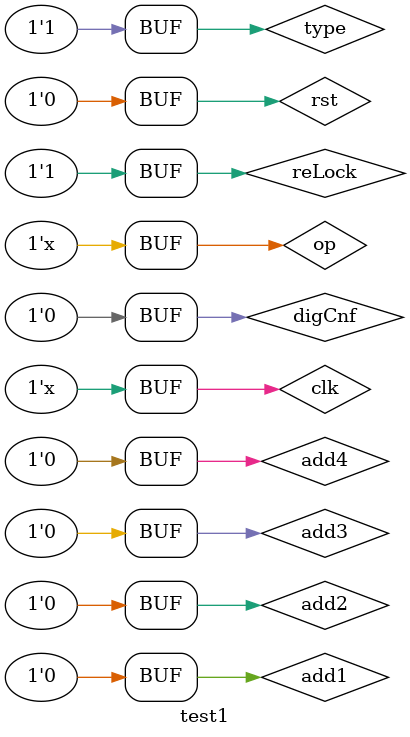
<source format=v>
`timescale 1ns / 1ps


module test1();

    reg clk;
	reg rst;
	reg add1;
	reg add2;
	reg add3;
	reg add4;
	reg digCnf;
	reg type;
	reg reLock;
	wire [7:0] countdown;
	wire [3:0] blue;
	wire [3:0] green;
	wire [3:0] red;
	wire [3:0] an0;
	wire [3:0] an1;
	wire [7:0] pipe0;
	wire [7:0] pipe1;
	
	wire enEnter;
	wire lockState;
	wire inpFin;
	wire [31:0] pw;
	wire [2:0] pw_num;
	// wire scaleTime;
	// wire scaleTime_d;
	wire [3:0] id0;
	wire [3:0] id1;
	
	main u0( .add1(add1), .add2(add2),.add3(add3),.add4(add4),.digCnf(digCnf),.type(type),.reLock(reLock), 
        .clk(clk), .rst(rst), .countdown(countdown), .an0(an0), 
        .an1(an1),  .pipe0(pipe0), .pipe1(pipe1));
	
	reg op;
	
	initial begin

        clk = 0;
        rst = 0;
        op = 0;
        type = 0;
        add1 = 0;
        add2 = 0;
		add3 = 0;
		add4 = 0;
        digCnf = 0;
        reLock = 0;
	end
	
	always #1   clk = ~clk;
    always #100000000 op = ~op;
    
    always @ (op) begin
        #10 type <= 1;
        #10 digCnf <= ~digCnf;
        #10 digCnf <= ~digCnf;
        #10 digCnf <= ~digCnf;
        #10 digCnf <= ~digCnf;
        #10 digCnf <= ~digCnf;
        #10 digCnf <= ~digCnf;
        #10 digCnf <= ~digCnf;
        #10 digCnf <= ~digCnf;
        #10 type <= 0;
        
        #5 digCnf = 0;
        
        #10 type <= 1;
        #5 add1 <= 1; #5 add1 <= 0;
        #5 add2 <= 1; #5 add2 <= 0;
        #5 digCnf <= 1; #5 digCnf <= 0;
        
        #5 add1 <= 1; #5 add1 <= 0;
        #5 add3 <= 1; #5 add3 <= 0;
        #5 digCnf <= 1; #5 digCnf <= 0;
        
        #5 add4 <= 1; #5 add4 <= 0;
        #5 digCnf <= 1; #5 digCnf <= 0;

        #5 add1 <= 1; #5 add1 <= 0;
        #5 digCnf <= 1; #5 digCnf <= 0;
        #5 digCnf <= 1; #5 digCnf <= 0;

        #5 add2 <= 1; #5 add2 <= 0;
        #5 digCnf <= 1; #5 digCnf <= 0;
        
        #5 type <= 0;
        
        #5 type <= 1;
        #5 add2 <= 1; #5 add2 <= 0;
        #5 digCnf <= 1; #5 digCnf <= 0;
        #5 type <= 0;

        #40 type <= 1;
        #5 add1 <= 1; #5 add1 <= 0;

        #5 digCnf <= 1; #5 digCnf <= 0;

        #5 add3 <= 1; #5 add3 <= 0;
        #5 digCnf <= 1; #5 digCnf <= 0;

        #5 add1 <= 1; #5 add1 <= 0;
        #5 add2 <= 1; #5 add2 <= 0;
        #5 digCnf <= 1; #5 digCnf <= 0;

        #5 add3 <= 1; #5 add3 <= 0;
        #5 digCnf <= 1; #5 digCnf <= 0;

        #5 digCnf <= 1; #5 digCnf <= 0;

        #5 add1 <= 1; #5 add1 <= 0;
        #5 digCnf <= 1; #5 digCnf <= 0;
        #5 type <= 0;

        #20 reLock <= 1;

        #20 type <= 1;

        #5 add2 <= 1; #5 add2 <= 0;
        #5 digCnf <= 1; #5 digCnf <= 0;

        #5 add1 <= 1; #5 add1 <= 0;
        #5 digCnf <= 1; #5 digCnf <= 0;

        #5 add2 <= 1; #5 add2 <= 0;
        #5 digCnf <= 1; #5 digCnf <= 0;

        #5 add1 <= 1; #5 add1 <= 0;
        #5 digCnf <= 1; #5 digCnf <= 0;

        #5 add2 <= 1; #5 add2 <= 0;
        #5 digCnf <= 1; #5 digCnf <= 0;

        #5 add1 <= 1; #5 add1 <= 0;
        #5 digCnf <= 1; #5 digCnf <= 0;

        #5 add2 <= 1; #5 add2 <= 0;
        #5 digCnf <= 1; #5 digCnf <= 0;

        #5 add1 <= 1; #5 add1 <= 0;
        #5 digCnf <= 1; #5 digCnf <= 0;

    end

endmodule

</source>
